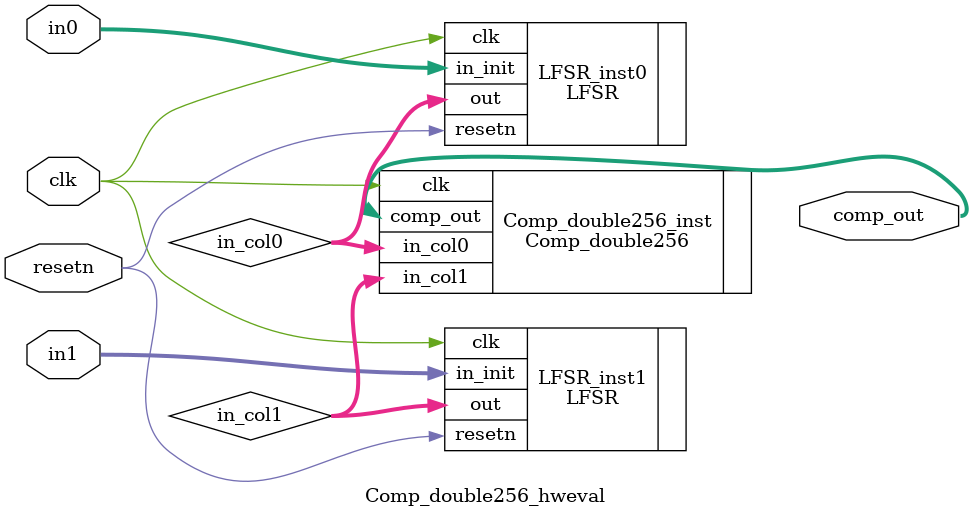
<source format=sv>
`timescale 1ns / 1ps

module Comp_double256_hweval (
    input  logic          clk,
    input  logic          resetn,
    input  logic [15 : 0] in0,
    input  logic [15 : 0] in1,
    output logic [9  : 0] comp_out
    );


    logic [255 : 0] in_col0;
    logic [255 : 0] in_col1;


    LFSR #(.OUT_WIDTH(256))
    LFSR_inst0(
        .clk    (clk    ),
        .resetn (resetn ),
        .in_init(in0    ),
        .out    (in_col0));


    LFSR #(.OUT_WIDTH(256))
    LFSR_inst1(
        .clk    (clk    ),
        .resetn (resetn ),
        .in_init(in1    ),
        .out    (in_col1));


    Comp_double256 Comp_double256_inst (
        .clk     (clk     ),
        .in_col0 (in_col0 ),
        .in_col1 (in_col1 ),
        .comp_out(comp_out));

endmodule
</source>
